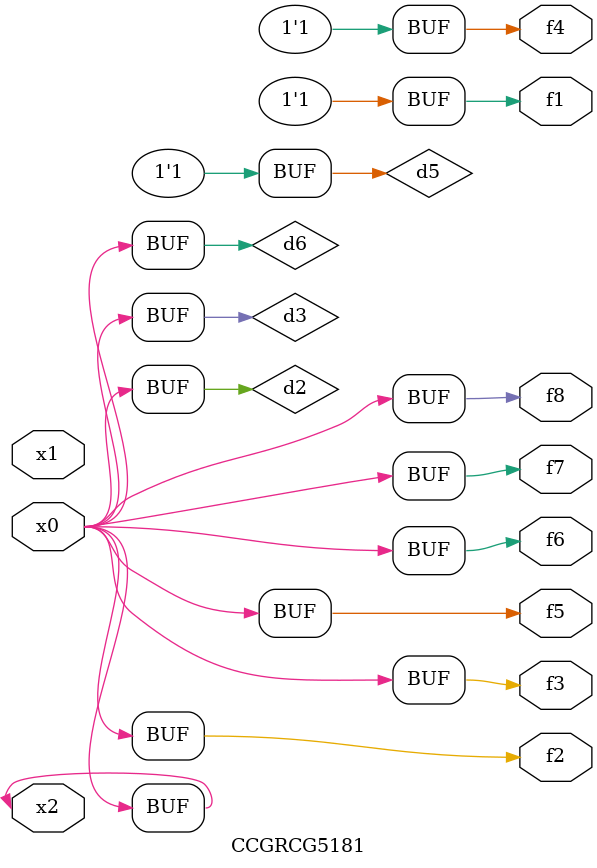
<source format=v>
module CCGRCG5181(
	input x0, x1, x2,
	output f1, f2, f3, f4, f5, f6, f7, f8
);

	wire d1, d2, d3, d4, d5, d6;

	xnor (d1, x2);
	buf (d2, x0, x2);
	and (d3, x0);
	xnor (d4, x1, x2);
	nand (d5, d1, d3);
	buf (d6, d2, d3);
	assign f1 = d5;
	assign f2 = d6;
	assign f3 = d6;
	assign f4 = d5;
	assign f5 = d6;
	assign f6 = d6;
	assign f7 = d6;
	assign f8 = d6;
endmodule

</source>
